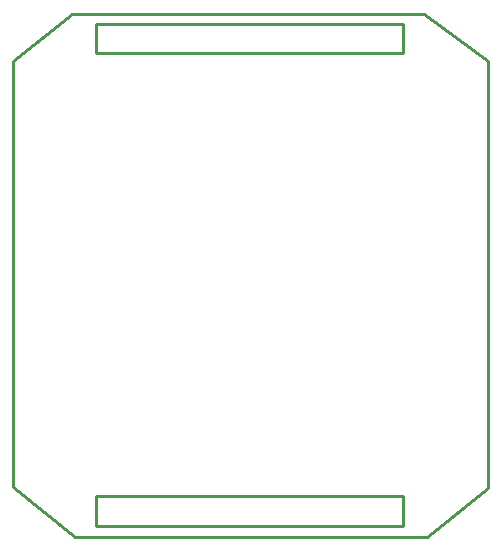
<source format=gko>
G04 ---------------------------- Layer name :KeepOutLayer*
G04 EasyEDA v5.8.19, Fri, 19 Oct 2018 05:21:59 GMT*
G04 8bfcd2fe48ed4f748b2211d8b79e97b7*
G04 Gerber Generator version 0.2*
G04 Scale: 100 percent, Rotated: No, Reflected: No *
G04 Dimensions in millimeters *
G04 leading zeros omitted , absolute positions ,3 integer and 3 decimal *
%FSLAX33Y33*%
%MOMM*%
G90*
G71D02*

%ADD10C,0.254000*%
G54D10*
G01X5199Y0D02*
G01X0Y4301D01*
G01X0Y40300D01*
G01X4999Y44299D01*
G01X34799Y44299D01*
G01X40199Y40299D01*
G01X40199Y4199D01*
G01X34999Y0D01*
G01X5199Y0D01*
G01X6998Y3499D02*
G01X6998Y999D01*
G01X6998Y999D02*
G01X30998Y999D01*
G01X30998Y999D02*
G01X32996Y1000D01*
G01X32996Y1000D02*
G01X32996Y3500D01*
G01X32996Y3500D02*
G01X6998Y3499D01*
G01X7002Y43498D02*
G01X7002Y40998D01*
G01X7002Y40998D02*
G01X31001Y40998D01*
G01X31001Y40998D02*
G01X32999Y40999D01*
G01X32999Y40999D02*
G01X32999Y43499D01*
G01X32999Y43499D02*
G01X7002Y43498D01*

%LPD*%
M00*
M02*

</source>
